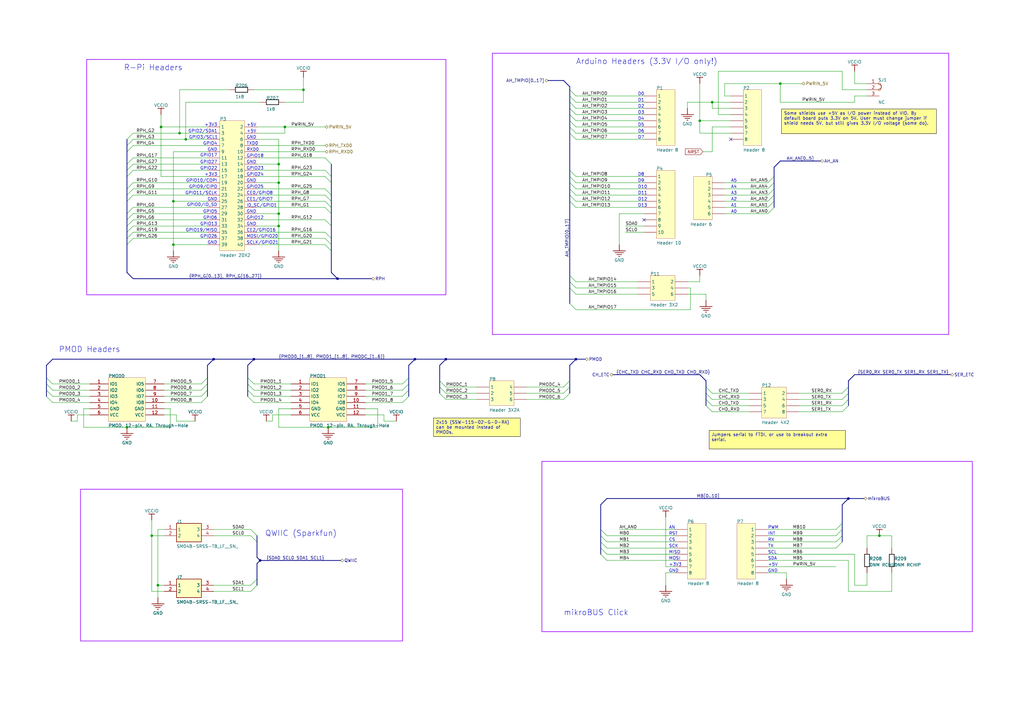
<source format=kicad_sch>
(kicad_sch (version 20231120) (generator "eeschema") (generator_version "8.0")
  (paper "A3")
  (title_block (title "NAE-SONATA-ONE") (date "2024-08-16") (rev "10") (company "NewAE Technology") (comment 2 "Apache-2"))
  (junction (at 71.12 82.55))
  (junction (at 66.04 52.07))
  (junction (at 71.12 100.33))
  (junction (at 287.02 49.53))
  (junction (at 64.77 240.03))
  (junction (at 138.43 114.3))
  (junction (at 292.1 41.91))
  (junction (at 320.04 34.29))
  (junction (at 114.3 87.63))
  (junction (at 236.22 147.32))
  (junction (at 170.18 147.32))
  (junction (at 360.68 219.71))
  (junction (at 182.88 147.32))
  (junction (at 134.62 175.26))
  (junction (at 124.46 36.83))
  (junction (at 114.3 74.93))
  (junction (at 347.98 204.47))
  (junction (at 116.84 52.07))
  (junction (at 106.68 229.87))
  (junction (at 104.14 147.32))
  (junction (at 73.66 54.61))
  (junction (at 62.23 219.71))
  (junction (at 87.63 147.32))
  (junction (at 76.2 57.15))
  (junction (at 114.3 67.31))
  (junction (at 52.07 175.26))
  (junction (at 114.3 92.71))
  (no_connect (at 299.72 57.15))
  (no_connect (at 264.16 90.17))
  (bus_entry (at 233.68 36.83) (size 2.54 2.54))
  (bus_entry (at 345.44 168.91) (size 2.54 -2.54))
  (bus_entry (at 231.14 161.29) (size 2.54 -2.54))
  (bus_entry (at 54.61 87.63) (size -2.54 2.54))
  (bus_entry (at 133.35 80.01) (size 2.54 2.54))
  (bus_entry (at 133.35 97.79) (size 2.54 2.54))
  (bus_entry (at 314.96 80.01) (size 2.54 -2.54))
  (bus_entry (at 342.9 217.17) (size 2.54 -2.54))
  (bus_entry (at 314.96 82.55) (size 2.54 -2.54))
  (bus_entry (at 345.44 161.29) (size 2.54 -2.54))
  (bus_entry (at 233.68 77.47) (size 2.54 2.54))
  (bus_entry (at 82.55 157.48) (size 2.54 -2.54))
  (bus_entry (at 289.56 158.75) (size 2.54 2.54))
  (bus_entry (at 102.87 217.17) (size 2.54 2.54))
  (bus_entry (at 231.14 158.75) (size 2.54 -2.54))
  (bus_entry (at 165.1 162.56) (size 2.54 -2.54))
  (bus_entry (at 289.56 161.29) (size 2.54 2.54))
  (bus_entry (at 233.68 80.01) (size 2.54 2.54))
  (bus_entry (at 54.61 67.31) (size -2.54 2.54))
  (bus_entry (at 246.38 222.25) (size 2.54 2.54))
  (bus_entry (at 133.35 90.17) (size 2.54 2.54))
  (bus_entry (at 345.44 163.83) (size 2.54 -2.54))
  (bus_entry (at 233.68 124.46) (size 2.54 2.54))
  (bus_entry (at 233.68 49.53) (size 2.54 2.54))
  (bus_entry (at 133.35 85.09) (size 2.54 2.54))
  (bus_entry (at 314.96 85.09) (size 2.54 -2.54))
  (bus_entry (at 233.68 74.93) (size 2.54 2.54))
  (bus_entry (at 182.88 161.29) (size -2.54 -2.54))
  (bus_entry (at 314.96 87.63) (size 2.54 -2.54))
  (bus_entry (at 104.14 157.48) (size -2.54 -2.54))
  (bus_entry (at 289.56 166.37) (size 2.54 2.54))
  (bus_entry (at 133.35 69.85) (size 2.54 2.54))
  (bus_entry (at 233.68 44.45) (size 2.54 2.54))
  (bus_entry (at 342.9 219.71) (size 2.54 -2.54))
  (bus_entry (at 21.59 157.48) (size -2.54 -2.54))
  (bus_entry (at 233.68 82.55) (size 2.54 2.54))
  (bus_entry (at 182.88 158.75) (size -2.54 -2.54))
  (bus_entry (at 133.35 77.47) (size 2.54 2.54))
  (bus_entry (at 54.61 59.69) (size -2.54 2.54))
  (bus_entry (at 133.35 64.77) (size 2.54 2.54))
  (bus_entry (at 102.87 240.03) (size 2.54 -2.54))
  (bus_entry (at 54.61 95.25) (size -2.54 2.54))
  (bus_entry (at 104.14 165.1) (size -2.54 -2.54))
  (bus_entry (at 54.61 97.79) (size -2.54 2.54))
  (bus_entry (at 133.35 100.33) (size 2.54 2.54))
  (bus_entry (at 54.61 57.15) (size -2.54 2.54))
  (bus_entry (at 54.61 92.71) (size -2.54 2.54))
  (bus_entry (at 133.35 82.55) (size 2.54 2.54))
  (bus_entry (at 233.68 41.91) (size 2.54 2.54))
  (bus_entry (at 246.38 224.79) (size 2.54 2.54))
  (bus_entry (at 82.55 165.1) (size 2.54 -2.54))
  (bus_entry (at 104.14 160.02) (size -2.54 -2.54))
  (bus_entry (at 82.55 160.02) (size 2.54 -2.54))
  (bus_entry (at 233.68 46.99) (size 2.54 2.54))
  (bus_entry (at 233.68 115.57) (size 2.54 2.54))
  (bus_entry (at 82.55 162.56) (size 2.54 -2.54))
  (bus_entry (at 345.44 166.37) (size 2.54 -2.54))
  (bus_entry (at 233.68 54.61) (size 2.54 2.54))
  (bus_entry (at 54.61 64.77) (size -2.54 2.54))
  (bus_entry (at 133.35 95.25) (size 2.54 2.54))
  (bus_entry (at 104.14 162.56) (size -2.54 -2.54))
  (bus_entry (at 289.56 163.83) (size 2.54 2.54))
  (bus_entry (at 54.61 69.85) (size -2.54 2.54))
  (bus_entry (at 21.59 162.56) (size -2.54 -2.54))
  (bus_entry (at 246.38 219.71) (size 2.54 2.54))
  (bus_entry (at 233.68 69.85) (size 2.54 2.54))
  (bus_entry (at 21.59 165.1) (size -2.54 -2.54))
  (bus_entry (at 54.61 90.17) (size -2.54 2.54))
  (bus_entry (at 182.88 163.83) (size -2.54 -2.54))
  (bus_entry (at 54.61 80.01) (size -2.54 2.54))
  (bus_entry (at 165.1 165.1) (size 2.54 -2.54))
  (bus_entry (at 165.1 160.02) (size 2.54 -2.54))
  (bus_entry (at 54.61 77.47) (size -2.54 2.54))
  (bus_entry (at 233.68 118.11) (size 2.54 2.54))
  (bus_entry (at 165.1 157.48) (size 2.54 -2.54))
  (bus_entry (at 54.61 85.09) (size -2.54 2.54))
  (bus_entry (at 133.35 72.39) (size 2.54 2.54))
  (bus_entry (at 233.68 72.39) (size 2.54 2.54))
  (bus_entry (at 314.96 74.93) (size 2.54 -2.54))
  (bus_entry (at 54.61 54.61) (size -2.54 2.54))
  (bus_entry (at 231.14 163.83) (size 2.54 -2.54))
  (bus_entry (at 342.9 222.25) (size 2.54 -2.54))
  (bus_entry (at 314.96 77.47) (size 2.54 -2.54))
  (bus_entry (at 342.9 224.79) (size 2.54 -2.54))
  (bus_entry (at 246.38 217.17) (size 2.54 2.54))
  (bus_entry (at 102.87 219.71) (size 2.54 2.54))
  (bus_entry (at 102.87 242.57) (size 2.54 -2.54))
  (bus_entry (at 233.68 39.37) (size 2.54 2.54))
  (bus_entry (at 21.59 160.02) (size -2.54 -2.54))
  (bus_entry (at 246.38 227.33) (size 2.54 2.54))
  (bus_entry (at 233.68 113.03) (size 2.54 2.54))
  (bus_entry (at 54.61 74.93) (size -2.54 2.54))
  (bus_entry (at 233.68 52.07) (size 2.54 2.54))
  (wire (pts (xy 54.61 87.63) (xy 85.09 87.63)))
  (wire (pts (xy 355.6 34.29) (xy 350.52 34.29)))
  (bus (pts (xy 135.89 111.76) (xy 138.43 114.3)))
  (bus (pts (xy 52.07 100.33) (xy 52.07 111.76)))
  (wire (pts (xy 36.83 157.48) (xy 21.59 157.48)))
  (bus (pts (xy 233.68 113.03) (xy 233.68 115.57)))
  (wire (pts (xy 264.16 41.91) (xy 236.22 41.91)))
  (wire (pts (xy 276.86 224.79) (xy 248.92 224.79)))
  (wire (pts (xy 54.61 77.47) (xy 85.09 77.47)))
  (wire (pts (xy 264.16 77.47) (xy 236.22 77.47)))
  (wire (pts (xy 67.31 162.56) (xy 82.55 162.56)))
  (bus (pts (xy 320.04 66.04) (xy 336.55 66.04)))
  (wire (pts (xy 281.94 118.11) (xy 283.21 118.11)))
  (bus (pts (xy 233.68 54.61) (xy 233.68 69.85)))
  (wire (pts (xy 36.83 165.1) (xy 21.59 165.1)))
  (wire (pts (xy 36.83 170.18) (xy 31.75 170.18)))
  (wire (pts (xy 307.34 168.91) (xy 292.1 168.91)))
  (wire (pts (xy 104.14 36.83) (xy 124.46 36.83)))
  (bus (pts (xy 233.68 72.39) (xy 233.68 74.93)))
  (bus (pts (xy 345.44 219.71) (xy 345.44 217.17)))
  (bus (pts (xy 105.41 228.6) (xy 106.68 229.87)))
  (wire (pts (xy 71.12 62.23) (xy 85.09 62.23)))
  (wire (pts (xy 297.18 74.93) (xy 314.96 74.93)))
  (wire (pts (xy 276.86 222.25) (xy 248.92 222.25)))
  (bus (pts (xy 52.07 69.85) (xy 52.07 72.39)))
  (wire (pts (xy 273.05 232.41) (xy 273.05 212.09)))
  (bus (pts (xy 167.64 157.48) (xy 167.64 154.94)))
  (wire (pts (xy 254 217.17) (xy 276.86 217.17)))
  (wire (pts (xy 350.52 240.03) (xy 355.6 240.03)))
  (wire (pts (xy 134.62 175.26) (xy 154.94 175.26)))
  (bus (pts (xy 231.14 33.02) (xy 233.68 35.56)))
  (bus (pts (xy 135.89 72.39) (xy 135.89 74.93)))
  (bus (pts (xy 105.41 219.71) (xy 105.41 222.25)))
  (wire (pts (xy 62.23 219.71) (xy 67.31 219.71)))
  (bus (pts (xy 167.64 162.56) (xy 167.64 160.02)))
  (wire (pts (xy 215.9 163.83) (xy 231.14 163.83)))
  (wire (pts (xy 31.75 170.18) (xy 31.75 172.72)))
  (wire (pts (xy 355.6 224.79) (xy 355.6 219.71)))
  (wire (pts (xy 276.86 232.41) (xy 273.05 232.41)))
  (bus (pts (xy 52.07 77.47) (xy 52.07 80.01)))
  (wire (pts (xy 124.46 36.83) (xy 124.46 31.75)))
  (bus (pts (xy 135.89 97.79) (xy 135.89 100.33)))
  (bus (pts (xy 180.34 156.21) (xy 180.34 149.86)))
  (wire (pts (xy 54.61 59.69) (xy 85.09 59.69)))
  (wire (pts (xy 261.62 118.11) (xy 236.22 118.11)))
  (wire (pts (xy 105.41 85.09) (xy 133.35 85.09)))
  (wire (pts (xy 281.94 115.57) (xy 287.02 115.57)))
  (wire (pts (xy 66.04 52.07) (xy 66.04 46.99)))
  (wire (pts (xy 299.72 46.99) (xy 294.64 46.99)))
  (wire (pts (xy 64.77 240.03) (xy 64.77 245.11)))
  (bus (pts (xy 135.89 67.31) (xy 135.89 72.39)))
  (wire (pts (xy 69.85 167.64) (xy 67.31 167.64)))
  (bus (pts (xy 52.07 97.79) (xy 52.07 100.33)))
  (bus (pts (xy 52.07 111.76) (xy 54.61 114.3)))
  (wire (pts (xy 327.66 161.29) (xy 345.44 161.29)))
  (bus (pts (xy 85.09 160.02) (xy 85.09 157.48)))
  (wire (pts (xy 297.18 80.01) (xy 314.96 80.01)))
  (bus (pts (xy 85.09 162.56) (xy 85.09 160.02)))
  (bus (pts (xy 345.44 207.01) (xy 347.98 204.47)))
  (bus (pts (xy 105.41 231.14) (xy 106.68 229.87)))
  (wire (pts (xy 105.41 97.79) (xy 133.35 97.79)))
  (wire (pts (xy 54.61 90.17) (xy 85.09 90.17)))
  (wire (pts (xy 287.02 115.57) (xy 287.02 113.03)))
  (wire (pts (xy 105.41 64.77) (xy 133.35 64.77)))
  (bus (pts (xy 233.68 156.21) (xy 233.68 149.86)))
  (wire (pts (xy 54.61 69.85) (xy 85.09 69.85)))
  (bus (pts (xy 233.68 118.11) (xy 233.68 124.46)))
  (wire (pts (xy 289.56 120.65) (xy 289.56 123.19)))
  (wire (pts (xy 294.64 46.99) (xy 294.64 29.21)))
  (bus (pts (xy 52.07 67.31) (xy 52.07 69.85)))
  (wire (pts (xy 264.16 39.37) (xy 236.22 39.37)))
  (bus (pts (xy 347.98 163.83) (xy 347.98 161.29)))
  (bus (pts (xy 167.64 154.94) (xy 167.64 149.86)))
  (bus (pts (xy 19.05 162.56) (xy 19.05 160.02)))
  (wire (pts (xy 119.38 165.1) (xy 104.14 165.1)))
  (wire (pts (xy 54.61 97.79) (xy 85.09 97.79)))
  (wire (pts (xy 114.3 167.64) (xy 119.38 167.64)))
  (bus (pts (xy 135.89 74.93) (xy 135.89 80.01)))
  (wire (pts (xy 297.18 34.29) (xy 320.04 34.29)))
  (wire (pts (xy 261.62 120.65) (xy 236.22 120.65)))
  (wire (pts (xy 322.58 234.95) (xy 322.58 237.49)))
  (bus (pts (xy 19.05 154.94) (xy 19.05 149.86)))
  (wire (pts (xy 314.96 219.71) (xy 342.9 219.71)))
  (wire (pts (xy 87.63 217.17) (xy 102.87 217.17)))
  (wire (pts (xy 76.2 57.15) (xy 85.09 57.15)))
  (bus (pts (xy 135.89 85.09) (xy 135.89 87.63)))
  (wire (pts (xy 215.9 161.29) (xy 231.14 161.29)))
  (bus (pts (xy 52.07 87.63) (xy 52.07 90.17)))
  (bus (pts (xy 135.89 100.33) (xy 135.89 102.87)))
  (bus (pts (xy 233.68 161.29) (xy 233.68 158.75)))
  (wire (pts (xy 314.96 229.87) (xy 347.98 229.87)))
  (wire (pts (xy 67.31 165.1) (xy 82.55 165.1)))
  (wire (pts (xy 114.3 74.93) (xy 114.3 87.63)))
  (wire (pts (xy 71.12 62.23) (xy 71.12 82.55)))
  (wire (pts (xy 314.96 234.95) (xy 322.58 234.95)))
  (wire (pts (xy 297.18 87.63) (xy 314.96 87.63)))
  (bus (pts (xy 106.68 229.87) (xy 139.7 229.87)))
  (wire (pts (xy 195.58 161.29) (xy 182.88 161.29)))
  (wire (pts (xy 314.96 232.41) (xy 342.9 232.41)))
  (wire (pts (xy 67.31 217.17) (xy 64.77 217.17)))
  (wire (pts (xy 31.75 172.72) (xy 29.21 172.72)))
  (bus (pts (xy 246.38 222.25) (xy 246.38 219.71)))
  (bus (pts (xy 251.46 153.67) (xy 287.02 153.67)))
  (wire (pts (xy 297.18 77.47) (xy 314.96 77.47)))
  (wire (pts (xy 299.72 39.37) (xy 297.18 39.37)))
  (bus (pts (xy 233.68 69.85) (xy 233.68 72.39)))
  (bus (pts (xy 350.52 153.67) (xy 389.89 153.67)))
  (wire (pts (xy 119.38 160.02) (xy 104.14 160.02)))
  (wire (pts (xy 350.52 227.33) (xy 350.52 240.03)))
  (bus (pts (xy 180.34 149.86) (xy 182.88 147.32)))
  (wire (pts (xy 114.3 92.71) (xy 114.3 102.87)))
  (wire (pts (xy 149.86 157.48) (xy 165.1 157.48)))
  (wire (pts (xy 264.16 74.93) (xy 236.22 74.93)))
  (wire (pts (xy 292.1 44.45) (xy 292.1 41.91)))
  (bus (pts (xy 233.68 36.83) (xy 233.68 39.37)))
  (wire (pts (xy 124.46 41.91) (xy 124.46 36.83)))
  (wire (pts (xy 264.16 72.39) (xy 236.22 72.39)))
  (bus (pts (xy 85.09 157.48) (xy 85.09 154.94)))
  (wire (pts (xy 350.52 34.29) (xy 350.52 29.21)))
  (wire (pts (xy 36.83 160.02) (xy 21.59 160.02)))
  (bus (pts (xy 233.68 82.55) (xy 233.68 113.03)))
  (wire (pts (xy 66.04 72.39) (xy 85.09 72.39)))
  (wire (pts (xy 149.86 170.18) (xy 157.48 170.18)))
  (bus (pts (xy 233.68 77.47) (xy 233.68 80.01)))
  (wire (pts (xy 327.66 166.37) (xy 345.44 166.37)))
  (wire (pts (xy 72.39 172.72) (xy 80.01 172.72)))
  (bus (pts (xy 246.38 219.71) (xy 246.38 217.17)))
  (wire (pts (xy 350.52 39.37) (xy 350.52 41.91)))
  (bus (pts (xy 167.64 160.02) (xy 167.64 157.48)))
  (wire (pts (xy 36.83 167.64) (xy 34.29 167.64)))
  (wire (pts (xy 116.84 41.91) (xy 124.46 41.91)))
  (wire (pts (xy 254 87.63) (xy 254 100.33)))
  (wire (pts (xy 87.63 240.03) (xy 102.87 240.03)))
  (wire (pts (xy 105.41 92.71) (xy 114.3 92.71)))
  (wire (pts (xy 154.94 167.64) (xy 149.86 167.64)))
  (bus (pts (xy 19.05 149.86) (xy 21.59 147.32)))
  (wire (pts (xy 73.66 36.83) (xy 73.66 54.61)))
  (wire (pts (xy 287.02 49.53) (xy 287.02 34.29)))
  (wire (pts (xy 292.1 62.23) (xy 288.29 62.23)))
  (wire (pts (xy 34.29 167.64) (xy 34.29 175.26)))
  (bus (pts (xy 135.89 80.01) (xy 135.89 82.55)))
  (wire (pts (xy 157.48 170.18) (xy 157.48 172.72)))
  (wire (pts (xy 297.18 82.55) (xy 314.96 82.55)))
  (bus (pts (xy 52.07 62.23) (xy 52.07 67.31)))
  (bus (pts (xy 167.64 149.86) (xy 170.18 147.32)))
  (bus (pts (xy 101.6 157.48) (xy 101.6 160.02)))
  (wire (pts (xy 114.3 87.63) (xy 114.3 92.71)))
  (bus (pts (xy 289.56 161.29) (xy 289.56 158.75)))
  (bus (pts (xy 52.07 59.69) (xy 52.07 62.23)))
  (wire (pts (xy 365.76 219.71) (xy 365.76 224.79)))
  (wire (pts (xy 297.18 39.37) (xy 297.18 34.29)))
  (wire (pts (xy 85.09 100.33) (xy 71.12 100.33)))
  (wire (pts (xy 105.41 59.69) (xy 133.35 59.69)))
  (wire (pts (xy 287.02 54.61) (xy 287.02 49.53)))
  (bus (pts (xy 233.68 80.01) (xy 233.68 82.55)))
  (bus (pts (xy 233.68 74.93) (xy 233.68 77.47)))
  (bus (pts (xy 105.41 237.49) (xy 105.41 231.14)))
  (wire (pts (xy 292.1 52.07) (xy 292.1 62.23)))
  (wire (pts (xy 54.61 95.25) (xy 85.09 95.25)))
  (wire (pts (xy 264.16 85.09) (xy 236.22 85.09)))
  (wire (pts (xy 66.04 52.07) (xy 66.04 72.39)))
  (bus (pts (xy 105.41 222.25) (xy 105.41 228.6)))
  (wire (pts (xy 355.6 219.71) (xy 360.68 219.71)))
  (bus (pts (xy 317.5 72.39) (xy 317.5 68.58)))
  (bus (pts (xy 135.89 87.63) (xy 135.89 92.71)))
  (bus (pts (xy 52.07 72.39) (xy 52.07 77.47)))
  (bus (pts (xy 101.6 149.86) (xy 101.6 154.94)))
  (wire (pts (xy 111.76 170.18) (xy 111.76 172.72)))
  (wire (pts (xy 264.16 80.01) (xy 236.22 80.01)))
  (wire (pts (xy 67.31 157.48) (xy 82.55 157.48)))
  (wire (pts (xy 350.52 41.91) (xy 320.04 41.91)))
  (wire (pts (xy 134.62 175.26) (xy 114.3 175.26)))
  (wire (pts (xy 264.16 57.15) (xy 236.22 57.15)))
  (wire (pts (xy 72.39 170.18) (xy 72.39 172.72)))
  (wire (pts (xy 157.48 172.72) (xy 162.56 172.72)))
  (wire (pts (xy 292.1 41.91) (xy 281.94 41.91)))
  (wire (pts (xy 54.61 80.01) (xy 85.09 80.01)))
  (wire (pts (xy 54.61 67.31) (xy 85.09 67.31)))
  (wire (pts (xy 264.16 52.07) (xy 236.22 52.07)))
  (bus (pts (xy 101.6 149.86) (xy 104.14 147.32)))
  (bus (pts (xy 182.88 147.32) (xy 236.22 147.32)))
  (wire (pts (xy 264.16 49.53) (xy 236.22 49.53)))
  (wire (pts (xy 105.41 69.85) (xy 133.35 69.85)))
  (bus (pts (xy 52.07 57.15) (xy 52.07 59.69)))
  (bus (pts (xy 85.09 149.86) (xy 87.63 147.32)))
  (wire (pts (xy 87.63 219.71) (xy 102.87 219.71)))
  (bus (pts (xy 246.38 207.01) (xy 248.92 204.47)))
  (wire (pts (xy 105.41 80.01) (xy 133.35 80.01)))
  (wire (pts (xy 276.86 227.33) (xy 248.92 227.33)))
  (wire (pts (xy 119.38 157.48) (xy 104.14 157.48)))
  (wire (pts (xy 273.05 234.95) (xy 273.05 240.03)))
  (wire (pts (xy 264.16 44.45) (xy 236.22 44.45)))
  (wire (pts (xy 105.41 100.33) (xy 133.35 100.33)))
  (bus (pts (xy 54.61 114.3) (xy 138.43 114.3)))
  (wire (pts (xy 105.41 90.17) (xy 133.35 90.17)))
  (wire (pts (xy 307.34 161.29) (xy 292.1 161.29)))
  (wire (pts (xy 154.94 175.26) (xy 154.94 167.64)))
  (wire (pts (xy 345.44 29.21) (xy 345.44 36.83)))
  (bus (pts (xy 347.98 158.75) (xy 347.98 156.21)))
  (wire (pts (xy 299.72 44.45) (xy 292.1 44.45)))
  (wire (pts (xy 67.31 160.02) (xy 82.55 160.02)))
  (wire (pts (xy 71.12 82.55) (xy 71.12 100.33)))
  (bus (pts (xy 317.5 82.55) (xy 317.5 80.01)))
  (bus (pts (xy 317.5 85.09) (xy 317.5 82.55)))
  (wire (pts (xy 283.21 118.11) (xy 283.21 127)))
  (bus (pts (xy 180.34 161.29) (xy 180.34 158.75)))
  (wire (pts (xy 314.96 222.25) (xy 342.9 222.25)))
  (bus (pts (xy 233.68 39.37) (xy 233.68 41.91)))
  (bus (pts (xy 135.89 92.71) (xy 135.89 97.79)))
  (bus (pts (xy 135.89 102.87) (xy 135.89 111.76)))
  (wire (pts (xy 236.22 127) (xy 283.21 127)))
  (bus (pts (xy 52.07 95.25) (xy 52.07 97.79)))
  (bus (pts (xy 19.05 160.02) (xy 19.05 157.48)))
  (wire (pts (xy 299.72 41.91) (xy 292.1 41.91)))
  (wire (pts (xy 73.66 36.83) (xy 93.98 36.83)))
  (wire (pts (xy 149.86 165.1) (xy 165.1 165.1)))
  (wire (pts (xy 105.41 54.61) (xy 116.84 54.61)))
  (wire (pts (xy 71.12 100.33) (xy 71.12 102.87)))
  (wire (pts (xy 276.86 229.87) (xy 248.92 229.87)))
  (bus (pts (xy 345.44 214.63) (xy 345.44 207.01)))
  (wire (pts (xy 105.41 72.39) (xy 133.35 72.39)))
  (wire (pts (xy 73.66 54.61) (xy 85.09 54.61)))
  (bus (pts (xy 289.56 158.75) (xy 289.56 156.21)))
  (wire (pts (xy 314.96 227.33) (xy 350.52 227.33)))
  (bus (pts (xy 246.38 207.01) (xy 246.38 217.17)))
  (bus (pts (xy 345.44 222.25) (xy 345.44 219.71)))
  (wire (pts (xy 111.76 172.72) (xy 109.22 172.72)))
  (bus (pts (xy 224.79 33.02) (xy 231.14 33.02)))
  (wire (pts (xy 54.61 57.15) (xy 76.2 57.15)))
  (bus (pts (xy 233.68 46.99) (xy 233.68 49.53)))
  (wire (pts (xy 307.34 166.37) (xy 292.1 166.37)))
  (bus (pts (xy 289.56 156.21) (xy 287.02 153.67)))
  (bus (pts (xy 317.5 77.47) (xy 317.5 74.93)))
  (bus (pts (xy 236.22 147.32) (xy 240.03 147.32)))
  (wire (pts (xy 360.68 219.71) (xy 365.76 219.71)))
  (wire (pts (xy 54.61 92.71) (xy 85.09 92.71)))
  (wire (pts (xy 76.2 41.91) (xy 76.2 57.15)))
  (wire (pts (xy 85.09 82.55) (xy 71.12 82.55)))
  (wire (pts (xy 299.72 52.07) (xy 292.1 52.07)))
  (bus (pts (xy 180.34 158.75) (xy 180.34 156.21)))
  (wire (pts (xy 67.31 242.57) (xy 62.23 242.57)))
  (wire (pts (xy 34.29 175.26) (xy 52.07 175.26)))
  (wire (pts (xy 105.41 82.55) (xy 133.35 82.55)))
  (bus (pts (xy 248.92 204.47) (xy 347.98 204.47)))
  (bus (pts (xy 233.68 115.57) (xy 233.68 118.11)))
  (bus (pts (xy 101.6 154.94) (xy 101.6 157.48)))
  (wire (pts (xy 345.44 36.83) (xy 355.6 36.83)))
  (wire (pts (xy 307.34 163.83) (xy 292.1 163.83)))
  (wire (pts (xy 195.58 163.83) (xy 182.88 163.83)))
  (wire (pts (xy 105.41 87.63) (xy 114.3 87.63)))
  (bus (pts (xy 52.07 90.17) (xy 52.07 92.71)))
  (bus (pts (xy 170.18 147.32) (xy 182.88 147.32)))
  (wire (pts (xy 54.61 64.77) (xy 85.09 64.77)))
  (bus (pts (xy 233.68 49.53) (xy 233.68 52.07)))
  (wire (pts (xy 264.16 82.55) (xy 236.22 82.55)))
  (bus (pts (xy 19.05 157.48) (xy 19.05 154.94)))
  (wire (pts (xy 215.9 158.75) (xy 231.14 158.75)))
  (wire (pts (xy 327.66 168.91) (xy 345.44 168.91)))
  (wire (pts (xy 62.23 219.71) (xy 62.23 242.57)))
  (wire (pts (xy 314.96 224.79) (xy 342.9 224.79)))
  (wire (pts (xy 264.16 87.63) (xy 254 87.63)))
  (wire (pts (xy 105.41 95.25) (xy 133.35 95.25)))
  (wire (pts (xy 114.3 57.15) (xy 114.3 67.31)))
  (wire (pts (xy 281.94 41.91) (xy 281.94 44.45)))
  (wire (pts (xy 105.41 77.47) (xy 133.35 77.47)))
  (wire (pts (xy 365.76 242.57) (xy 365.76 234.95)))
  (wire (pts (xy 149.86 162.56) (xy 165.1 162.56)))
  (wire (pts (xy 299.72 54.61) (xy 287.02 54.61)))
  (wire (pts (xy 355.6 240.03) (xy 355.6 234.95)))
  (bus (pts (xy 317.5 68.58) (xy 320.04 66.04)))
  (bus (pts (xy 85.09 154.94) (xy 85.09 149.86)))
  (wire (pts (xy 264.16 46.99) (xy 236.22 46.99)))
  (wire (pts (xy 119.38 170.18) (xy 111.76 170.18)))
  (bus (pts (xy 233.68 52.07) (xy 233.68 54.61)))
  (wire (pts (xy 320.04 41.91) (xy 320.04 34.29)))
  (wire (pts (xy 276.86 234.95) (xy 273.05 234.95)))
  (bus (pts (xy 21.59 147.32) (xy 87.63 147.32)))
  (wire (pts (xy 105.41 52.07) (xy 116.84 52.07)))
  (wire (pts (xy 67.31 240.03) (xy 64.77 240.03)))
  (bus (pts (xy 317.5 74.93) (xy 317.5 72.39)))
  (bus (pts (xy 233.68 158.75) (xy 233.68 156.21)))
  (wire (pts (xy 347.98 242.57) (xy 365.76 242.57)))
  (wire (pts (xy 299.72 49.53) (xy 287.02 49.53)))
  (wire (pts (xy 355.6 39.37) (xy 350.52 39.37)))
  (wire (pts (xy 69.85 175.26) (xy 69.85 167.64)))
  (wire (pts (xy 195.58 158.75) (xy 182.88 158.75)))
  (bus (pts (xy 52.07 80.01) (xy 52.07 82.55)))
  (bus (pts (xy 347.98 156.21) (xy 350.52 153.67)))
  (wire (pts (xy 347.98 229.87) (xy 347.98 242.57)))
  (wire (pts (xy 264.16 54.61) (xy 236.22 54.61)))
  (wire (pts (xy 119.38 162.56) (xy 104.14 162.56)))
  (wire (pts (xy 320.04 34.29) (xy 328.93 34.29)))
  (wire (pts (xy 54.61 54.61) (xy 73.66 54.61)))
  (bus (pts (xy 345.44 217.17) (xy 345.44 214.63)))
  (wire (pts (xy 87.63 242.57) (xy 102.87 242.57)))
  (wire (pts (xy 105.41 62.23) (xy 133.35 62.23)))
  (bus (pts (xy 105.41 240.03) (xy 105.41 237.49)))
  (wire (pts (xy 327.66 163.83) (xy 345.44 163.83)))
  (wire (pts (xy 52.07 175.26) (xy 69.85 175.26)))
  (bus (pts (xy 101.6 160.02) (xy 101.6 162.56)))
  (bus (pts (xy 289.56 163.83) (xy 289.56 161.29)))
  (wire (pts (xy 256.54 92.71) (xy 264.16 92.71)))
  (bus (pts (xy 347.98 161.29) (xy 347.98 158.75)))
  (wire (pts (xy 76.2 41.91) (xy 106.68 41.91)))
  (bus (pts (xy 233.68 41.91) (xy 233.68 44.45)))
  (wire (pts (xy 114.3 67.31) (xy 114.3 74.93)))
  (wire (pts (xy 297.18 85.09) (xy 314.96 85.09)))
  (bus (pts (xy 347.98 166.37) (xy 347.98 163.83)))
  (bus (pts (xy 347.98 204.47) (xy 354.33 204.47)))
  (bus (pts (xy 233.68 149.86) (xy 236.22 147.32)))
  (wire (pts (xy 276.86 219.71) (xy 248.92 219.71)))
  (bus (pts (xy 135.89 82.55) (xy 135.89 85.09)))
  (bus (pts (xy 246.38 224.79) (xy 246.38 222.25)))
  (wire (pts (xy 54.61 74.93) (xy 85.09 74.93)))
  (bus (pts (xy 233.68 44.45) (xy 233.68 46.99)))
  (wire (pts (xy 116.84 52.07) (xy 133.35 52.07)))
  (bus (pts (xy 52.07 92.71) (xy 52.07 95.25)))
  (wire (pts (xy 62.23 213.36) (xy 62.23 219.71)))
  (wire (pts (xy 256.54 95.25) (xy 264.16 95.25)))
  (wire (pts (xy 67.31 170.18) (xy 72.39 170.18)))
  (wire (pts (xy 314.96 217.17) (xy 342.9 217.17)))
  (wire (pts (xy 54.61 85.09) (xy 85.09 85.09)))
  (wire (pts (xy 281.94 120.65) (xy 289.56 120.65)))
  (wire (pts (xy 64.77 217.17) (xy 64.77 240.03)))
  (wire (pts (xy 294.64 29.21) (xy 345.44 29.21)))
  (bus (pts (xy 246.38 227.33) (xy 246.38 224.79)))
  (wire (pts (xy 66.04 52.07) (xy 85.09 52.07)))
  (bus (pts (xy 52.07 82.55) (xy 52.07 87.63)))
  (wire (pts (xy 36.83 162.56) (xy 21.59 162.56)))
  (bus (pts (xy 87.63 147.32) (xy 104.14 147.32)))
  (bus (pts (xy 233.68 35.56) (xy 233.68 36.83)))
  (bus (pts (xy 138.43 114.3) (xy 152.4 114.3)))
  (wire (pts (xy 105.41 74.93) (xy 114.3 74.93)))
  (bus (pts (xy 104.14 147.32) (xy 170.18 147.32)))
  (wire (pts (xy 261.62 115.57) (xy 236.22 115.57)))
  (bus (pts (xy 289.56 166.37) (xy 289.56 163.83)))
  (wire (pts (xy 116.84 52.07) (xy 116.84 54.61)))
  (wire (pts (xy 149.86 160.02) (xy 165.1 160.02)))
  (bus (pts (xy 317.5 80.01) (xy 317.5 77.47)))
  (wire (pts (xy 105.41 57.15) (xy 114.3 57.15)))
  (wire (pts (xy 114.3 175.26) (xy 114.3 167.64)))
  (wire (pts (xy 105.41 67.31) (xy 114.3 67.31)))
  (rectangle (start 35.56 24.384) (end 182.88 120.904) (stroke (width 0.254) (color 153 0 255 1)))
  (rectangle (start 33.02 200.66) (end 165.1 262.89) (stroke (width 0.254) (color 153 0 255 1)))
  (rectangle (start 222.25 189.23) (end 398.78 259.08) (stroke (width 0.254) (color 153 0 255 1)))
  (rectangle (start 201.93 21.844) (end 389.128 137.16) (stroke (width 0.254) (color 153 0 255 1)))
  (text_box "Jumpers serial to FTDI, or use to breakout extra serial." (at 290.83 176.53 0) (size 55.88 7.62) (stroke (width 0) (color 0 0 0 1)) (fill (type color) (color 255 255 150 1)) (effects (font (size 1.27 1.27)) (justify left top)))
  (text_box "2x15 (SSW-115-02-G-D-RA) can be mounted instead of PMODs." (at 177.8 171.45 0) (size 35.56 7.62) (stroke (width 0) (color 0 0 0 1)) (fill (type color) (color 255 255 150 1)) (effects (font (size 1.27 1.27)) (justify left top)))
  (text_box "Some shields use +5V as I/O power instead of VIO. By default board puts 3.3V on 5V. User must change jumper if shield needs 5V, but still gives 3.3V I/O voltage (some do)." (at 384.048 44.704 0) (size -63.5 10.16) (stroke (width 0) (color 0 0 0 1)) (fill (type color) (color 255 255 150 1)) (effects (font (size 1.27 1.27)) (justify left top)))
  (text "GPIO4" (at 89.154 59.69 0) (effects (font (size 1.27 1.27)) (justify right bottom)))
  (text "+3V3" (at 89.154 52.07 0) (effects (font (size 1.27 1.27)) (justify right bottom)))
  (text "A5" (at 302.26 74.93 0) (effects (font (size 1.27 1.27)) (justify right bottom)))
  (text "TX" (at 314.96 224.79 0) (effects (font (size 1.27 1.27)) (justify left bottom)))
  (text "GPIO26" (at 89.154 97.79 0) (effects (font (size 1.27 1.27)) (justify right bottom)))
  (text "SDA" (at 314.96 229.87 0) (effects (font (size 1.27 1.27)) (justify left bottom)))
  (text "TXD0" (at 101.092 59.69 0) (effects (font (size 1.27 1.27)) (justify left bottom)))
  (text "D2" (at 261.62 44.45 0) (effects (font (size 1.27 1.27)) (justify left bottom)))
  (text "RST" (at 274.32 219.71 0) (effects (font (size 1.27 1.27)) (justify left bottom)))
  (text "+3V3" (at 274.32 232.41 0) (effects (font (size 1.27 1.27)) (justify left bottom)))
  (text "GPIO5" (at 89.154 87.63 0) (effects (font (size 1.27 1.27)) (justify right bottom)))
  (text "GND" (at 101.092 57.15 0) (effects (font (size 1.27 1.27)) (justify left bottom)))
  (text "GPIO9/CIPO" (at 89.154 77.47 0) (effects (font (size 1.27 1.27)) (justify right bottom)))
  (text "SCL" (at 314.96 227.33 0) (effects (font (size 1.27 1.27)) (justify left bottom)))
  (text "GND" (at 101.092 74.93 0) (effects (font (size 1.27 1.27)) (justify left bottom)))
  (text "SCK" (at 274.32 224.79 0) (effects (font (size 1.27 1.27)) (justify left bottom)))
  (text "A3" (at 302.26 80.01 0) (effects (font (size 1.27 1.27)) (justify right bottom)))
  (text "D5" (at 261.62 52.07 0) (effects (font (size 1.27 1.27)) (justify left bottom)))
  (text "PMOD Headers" (at 24.13 144.78 0) (effects (font (size 2.286 2.286)) (justify left bottom)))
  (text "GND" (at 101.092 67.31 0) (effects (font (size 1.27 1.27)) (justify left bottom)))
  (text "QWIIC (Sparkfun)" (at 108.712 220.218 0) (effects (font (size 2.286 2.286)) (justify left bottom)))
  (text "D6" (at 261.62 54.61 0) (effects (font (size 1.27 1.27)) (justify left bottom)))
  (text "GPIO10/COPI" (at 89.154 74.93 0) (effects (font (size 1.27 1.27)) (justify right bottom)))
  (text "GPIO25" (at 101.092 77.47 0) (effects (font (size 1.27 1.27)) (justify left bottom)))
  (text "R-Pi Headers" (at 50.8 29.21 0) (effects (font (size 2.286 2.286)) (justify left bottom)))
  (text "GPIO2/SDA1" (at 89.154 54.61 0) (effects (font (size 1.27 1.27)) (justify right bottom)))
  (text "CE2/GPIO16" (at 101.092 95.25 0) (effects (font (size 1.27 1.27)) (justify left bottom)))
  (text "GPIO3/SCL1" (at 89.408 57.15 0) (effects (font (size 1.27 1.27)) (justify right bottom)))
  (text "D1" (at 261.62 41.91 0) (effects (font (size 1.27 1.27)) (justify left bottom)))
  (text "GPIO18" (at 101.092 64.77 0) (effects (font (size 1.27 1.27)) (justify left bottom)))
  (text "PWM" (at 314.96 217.17 0) (effects (font (size 1.27 1.27)) (justify left bottom)))
  (text "A1" (at 302.26 85.09 0) (effects (font (size 1.27 1.27)) (justify right bottom)))
  (text "mikroBUS Click" (at 231.14 252.73 0) (effects (font (size 2.286 2.286)) (justify left bottom)))
  (text "A2" (at 302.26 82.55 0) (effects (font (size 1.27 1.27)) (justify right bottom)))
  (text "GPIO19/MISO" (at 89.154 95.25 0) (effects (font (size 1.27 1.27)) (justify right bottom)))
  (text "RXD0" (at 101.092 62.23 0) (effects (font (size 1.27 1.27)) (justify left bottom)))
  (text "MISO" (at 274.32 227.33 0) (effects (font (size 1.27 1.27)) (justify left bottom)))
  (text "GPIO6" (at 89.154 90.17 0) (effects (font (size 1.27 1.27)) (justify right bottom)))
  (text "GND" (at 274.32 234.95 0) (effects (font (size 1.27 1.27)) (justify left bottom)))
  (text "GPIO13" (at 89.154 92.71 0) (effects (font (size 1.27 1.27)) (justify right bottom)))
  (text "INT" (at 314.96 219.71 0) (effects (font (size 1.27 1.27)) (justify left bottom)))
  (text "CS" (at 274.32 222.25 0) (effects (font (size 1.27 1.27)) (justify left bottom)))
  (text "D10" (at 261.62 77.47 0) (effects (font (size 1.27 1.27)) (justify left bottom)))
  (text "AN" (at 274.32 217.17 0) (effects (font (size 1.27 1.27)) (justify left bottom)))
  (text "D9" (at 261.62 74.93 0) (effects (font (size 1.27 1.27)) (justify left bottom)))
  (text "GPIO23" (at 101.092 69.85 0) (effects (font (size 1.27 1.27)) (justify left bottom)))
  (text "D0" (at 261.62 39.37 0) (effects (font (size 1.27 1.27)) (justify left bottom)))
  (text "GPIO12" (at 101.092 90.17 0) (effects (font (size 1.27 1.27)) (justify left bottom)))
  (text "CE0/GPIO8" (at 101.092 80.01 0) (effects (font (size 1.27 1.27)) (justify left bottom)))
  (text "Arduino Headers (3.3V I/O only!)" (at 236.22 26.67 0) (effects (font (size 2.286 2.286)) (justify left bottom)))
  (text "+3V3" (at 89.154 72.39 0) (effects (font (size 1.27 1.27)) (justify right bottom)))
  (text "D12" (at 261.62 82.55 0) (effects (font (size 1.27 1.27)) (justify left bottom)))
  (text "GND" (at 101.092 87.63 0) (effects (font (size 1.27 1.27)) (justify left bottom)))
  (text "D4" (at 261.62 49.53 0) (effects (font (size 1.27 1.27)) (justify left bottom)))
  (text "CE1/GPIO7" (at 101.092 82.55 0) (effects (font (size 1.27 1.27)) (justify left bottom)))
  (text "A0" (at 302.26 87.63 0) (effects (font (size 1.27 1.27)) (justify right bottom)))
  (text "+5V" (at 101.092 52.07 0) (effects (font (size 1.27 1.27)) (justify left bottom)))
  (text "D13" (at 261.62 85.09 0) (effects (font (size 1.27 1.27)) (justify left bottom)))
  (text "RX" (at 314.96 222.25 0) (effects (font (size 1.27 1.27)) (justify left bottom)))
  (text "GND" (at 89.154 100.33 0) (effects (font (size 1.27 1.27)) (justify right bottom)))
  (text "+5V" (at 101.092 54.61 0) (effects (font (size 1.27 1.27)) (justify left bottom)))
  (text "GND" (at 89.154 82.55 0) (effects (font (size 1.27 1.27)) (justify right bottom)))
  (text "GPIO17" (at 89.154 64.516 0) (effects (font (size 1.27 1.27)) (justify right bottom)))
  (text "A4" (at 302.26 77.47 0) (effects (font (size 1.27 1.27)) (justify right bottom)))
  (text "SCLK/GPIO21" (at 101.092 100.33 0) (effects (font (size 1.27 1.27)) (justify left bottom)))
  (text "GPIO24" (at 101.092 72.39 0) (effects (font (size 1.27 1.27)) (justify left bottom)))
  (text "GND" (at 314.96 234.95 0) (effects (font (size 1.27 1.27)) (justify left bottom)))
  (text "GPIO0/ID_SD" (at 89.154 84.836 0) (effects (font (size 1.27 1.27)) (justify right bottom)))
  (text "GND" (at 101.092 92.71 0) (effects (font (size 1.27 1.27)) (justify left bottom)))
  (text "MOSI" (at 274.32 229.87 0) (effects (font (size 1.27 1.27)) (justify left bottom)))
  (text "D7" (at 261.62 57.15 0) (effects (font (size 1.27 1.27)) (justify left bottom)))
  (text "ID_SC/GPIO1" (at 101.092 85.09 0) (effects (font (size 1.27 1.27)) (justify left bottom)))
  (text "D11" (at 261.62 80.01 0) (effects (font (size 1.27 1.27)) (justify left bottom)))
  (text "+5V" (at 314.96 232.41 0) (effects (font (size 1.27 1.27)) (justify left bottom)))
  (text "GPIO11/SCLK" (at 89.154 80.01 0) (effects (font (size 1.27 1.27)) (justify right bottom)))
  (text "MOSI/GPIO20" (at 101.092 97.79 0) (effects (font (size 1.27 1.27)) (justify left bottom)))
  (text "D8" (at 261.62 72.39 0) (effects (font (size 1.27 1.27)) (justify left bottom)))
  (text "GND" (at 89.154 62.23 0) (effects (font (size 1.27 1.27)) (justify right bottom)))
  (text "GPIO22" (at 89.154 69.85 0) (effects (font (size 1.27 1.27)) (justify right bottom)))
  (text "GPIO27" (at 89.154 67.31 0) (effects (font (size 1.27 1.27)) (justify right bottom)))
  (text "D3" (at 261.62 46.99 0) (effects (font (size 1.27 1.27)) (justify left bottom)))
  (label "RPH_G5" (at 55.88 87.63 0))
  (label "PMODC_4" (at 220.98 158.75 0))
  (label "PMOD0_8" (at 69.85 165.1 0))
  (label "MB2" (at 254 224.79 0))
  (label "RPH_G11" (at 55.88 80.01 0))
  (label "RPH_G22" (at 55.88 69.85 0))
  (label "SER1_TX" (at 332.74 168.91 0))
  (label "AH_TMPIO10" (at 238.76 77.47 0))
  (label "PMOD1_5" (at 152.4 157.48 0))
  (label "PMOD1_7" (at 152.4 162.56 0))
  (label "AH_TMPIO[0..17]" (at 233.68 105.41 90))
  (label "RPH_G21" (at 119.38 100.33 0))
  (label "AH_TMPIO12" (at 238.76 82.55 0))
  (label "SDA0" (at 256.54 92.71 0))
  (label "AH_AN5" (at 314.96 74.93 180))
  (label "SDA1" (at 95.25 240.03 0))
  (label "AH_TMPIO6" (at 238.76 54.61 0))
  (label "AH_AN1" (at 314.96 85.09 180))
  (label "AH_AN2" (at 314.96 82.55 180))
  (label "AH_TMPIO15" (at 241.3 118.11 0))
  (label "PMOD0_1" (at 24.13 157.48 0))
  (label "PMODC_1" (at 182.88 158.75 0))
  (label "SER0_TX" (at 332.74 163.83 0))
  (label "RPH_G20" (at 119.38 97.79 0))
  (label "RPH_G19" (at 55.88 95.25 0))
  (label "RPH_G12" (at 119.38 90.17 0))
  (label "PMOD0_3" (at 24.13 162.56 0))
  (label "AH_TMPIO11" (at 238.76 80.01 0))
  (label "MB6" (at 325.12 227.33 0))
  (label "RPH_G26" (at 55.88 97.79 0))
  (label "MB4" (at 254 229.87 0))
  (label "PMOD1_2" (at 106.68 160.02 0))
  (label "{SER0_RX SER0_TX SER1_RX SER1_TX}" (at 351.79 153.67 0))
  (label "PMOD0_5" (at 69.85 157.48 0))
  (label "MB0" (at 254 219.71 0))
  (label "CHD_RXD" (at 294.64 168.91 0))
  (label "PMOD0_4" (at 24.13 165.1 0))
  (label "AH_TMPIO13" (at 238.76 85.09 0))
  (label "AH_TMPIO4" (at 238.76 49.53 0))
  (label "RPH_G8" (at 119.38 80.01 0))
  (label "MB8" (at 325.12 222.25 0))
  (label "PWRIN_5V" (at 328.93 41.91 0))
  (label "{CHC_TXD CHC_RXD CHD_TXD CHD_RXD}" (at 252.73 153.67 0))
  (label "RPH_G13" (at 55.88 92.71 0))
  (label "AH_TMPIO17" (at 241.3 127 0))
  (label "MB10" (at 325.12 217.17 0))
  (label "PMODC_6" (at 220.98 163.83 0))
  (label "RPH_G6" (at 55.88 90.17 0))
  (label "SCL1" (at 95.25 242.57 0))
  (label "MB1" (at 254 222.25 0))
  (label "CHC_TXD" (at 294.64 161.29 0))
  (label "AH_AN3" (at 314.96 80.01 180))
  (label "AH_TMPIO7" (at 238.76 57.15 0))
  (label "PWRIN_5V" (at 119.38 52.07 0))
  (label "RPH_G7" (at 119.38 82.55 0))
  (label "PMODC_5" (at 220.98 161.29 0))
  (label "{PMOD0_[1..8], PMOD1_[1..8], PMODC_[1..6]}" (at 114.3 147.32 0))
  (label "AH_TMPIO9" (at 238.76 74.93 0))
  (label "AH_TMPIO3" (at 238.76 46.99 0))
  (label "RPH_G24" (at 119.38 72.39 0))
  (label "SDA0" (at 95.25 217.17 0))
  (label "AH_AN[0..5]" (at 322.58 66.04 0))
  (label "AH_AN0" (at 254 217.17 0))
  (label "RPH_G10" (at 55.88 74.93 0))
  (label "PMOD0_7" (at 69.85 162.56 0))
  (label "PMODC_2" (at 182.88 161.29 0))
  (label "RPH_G17" (at 55.88 64.77 0))
  (label "RPH_G2" (at 55.88 54.61 0))
  (label "SCL0" (at 95.25 219.71 0))
  (label "MB5" (at 325.12 229.87 0))
  (label "SER0_RX" (at 332.74 161.29 0))
  (label "AH_TMPIO8" (at 238.76 72.39 0))
  (label "RPH_G27" (at 55.88 67.31 0))
  (label "RPH_G16" (at 119.38 95.25 0))
  (label "SCL0" (at 256.54 95.25 0))
  (label "RPH_G18" (at 119.38 64.77 0))
  (label "RPH_RXD0" (at 119.38 62.23 0))
  (label "RPH_G9" (at 55.88 77.47 0))
  (label "AH_AN0" (at 314.96 87.63 180))
  (label "PWRIN_5V" (at 325.12 232.41 0))
  (label "MB9" (at 325.12 219.71 0))
  (label "PMOD1_3" (at 106.68 162.56 0))
  (label "AH_TMPIO1" (at 238.76 41.91 0))
  (label "PMOD0_2" (at 24.13 160.02 0))
  (label "RPH_G25" (at 119.38 77.47 0))
  (label "CHD_TXD" (at 294.64 166.37 0))
  (label "AH_TMPIO0" (at 238.76 39.37 0))
  (label "PMOD1_6" (at 152.4 160.02 0))
  (label "MB[0..10]" (at 285.75 204.47 0))
  (label "{SDA0 SCL0 SDA1 SCL1}" (at 109.22 229.87 0))
  (label "RPH_G1" (at 119.38 85.09 0))
  (label "{RPH_G[0..13], RPH_G[16..27]}" (at 77.47 114.3 0))
  (label "RPH_TXD0" (at 119.38 59.69 0))
  (label "PMOD1_4" (at 106.68 165.1 0))
  (label "PMOD1_8" (at 152.4 165.1 0))
  (label "MB7" (at 325.12 224.79 0))
  (label "MB3" (at 254 227.33 0))
  (label "PMODC_3" (at 182.88 163.83 0))
  (label "PMOD0_6" (at 69.85 160.02 0))
  (label "RPH_G23" (at 119.38 69.85 0))
  (label "PMOD1_1" (at 106.68 157.48 0))
  (label "AH_TMPIO2" (at 238.76 44.45 0))
  (label "RPH_G3" (at 55.88 57.15 0))
  (label "AH_TMPIO14" (at 241.3 115.57 0))
  (label "RPH_G4" (at 55.88 59.69 0))
  (label "SER1_RX" (at 332.74 166.37 0))
  (label "AH_TMPIO16" (at 241.3 120.65 0))
  (label "CHC_RXD" (at 294.64 163.83 0))
  (label "RPH_G0" (at 55.88 85.09 0))
  (label "AH_TMPIO5" (at 238.76 52.07 0))
  (label "AH_AN4" (at 314.96 77.47 180))
  (global_label "NRST" (shape input) (at 288.29 62.23 180) (property "Intersheetrefs" "${INTERSHEET_REFS}" (effects (hide yes))))
  (hierarchical_label "PWRIN_5V" (shape bidirectional) (at 328.93 34.29 0))
  (hierarchical_label "PMOD" (shape bidirectional) (at 240.03 147.32 0))
  (hierarchical_label "RPH" (shape bidirectional) (at 152.4 114.3 0))
  (hierarchical_label "AH_AN" (shape bidirectional) (at 336.55 66.04 0))
  (hierarchical_label "mikroBUS" (shape bidirectional) (at 354.33 204.47 0))
  (hierarchical_label "SER_ETC" (shape bidirectional) (at 389.89 153.67 0))
  (hierarchical_label "QWIIC" (shape bidirectional) (at 139.7 229.87 0))
  (hierarchical_label "PWRIN_5V" (shape bidirectional) (at 133.35 52.07 0))
  (hierarchical_label "CH_ETC" (shape bidirectional) (at 251.46 153.67 180))
  (hierarchical_label "AH_TMPIO[0..17]" (shape bidirectional) (at 224.79 33.02 180))
  (hierarchical_label "RPH_RXD0" (shape bidirectional) (at 133.35 62.23 0))
  (hierarchical_label "RPH_TXD0" (shape bidirectional) (at 133.35 59.69 0))
  (symbol (lib_id "SONATA-ONE-symbols:VCCIO_BAR") (at 287.02 113.03 180) (unit 1)
    (property "Reference" "#PWR035" (effects (hide yes)))
    (property "Value" "VCCIO" (at 287.02 109.22 0))
    (property "Description" "Power symbol creates a global label with name 'VCCIO'" (effects (hide yes)))
  )
  (symbol (lib_id "SONATA-ONE-symbols:VCCIO_BAR") (at 80.01 172.72 180) (unit 1)
    (property "Reference" "#PWR040" (effects (hide yes)))
    (property "Value" "VCCIO" (at 80.01 168.91 0))
    (property "Description" "Power symbol creates a global label with name 'VCCIO'" (effects (hide yes)))
  )
  (symbol (lib_id "SONATA-ONE-symbols:VCCIO_BAR") (at 109.22 172.72 180) (unit 1)
    (property "Reference" "#PWR041" (effects (hide yes)))
    (property "Value" "VCCIO" (at 109.22 168.91 0))
    (property "Description" "Power symbol creates a global label with name 'VCCIO'" (effects (hide yes)))
  )
  (symbol (lib_id "SONATA-ONE-symbols:root_0_SJ_3S_12JMP") (at 360.68 34.29 0) (unit 1)
    (property "Reference" "SJ1" (at 360.172 33.528 0) (effects (justify left bottom)))
    (property "Value" "NC" (at 360.172 42.672 0) (effects (justify left bottom)))
    (property "Footprint" "SONATA-ONE-LIBRARY:SJ_3S_NC12" (effects (hide yes)))
    (property "Description" "Solder Jumper, NC" (effects (hide yes)))
  )
  (symbol (lib_id "SONATA-ONE-symbols:root_0_Header 3X2") (at 266.7 113.03 0) (unit 1)
    (property "Reference" "P11" (at 266.7 113.03 0) (effects (justify left bottom)))
    (property "Value" "Header 3X2" (at 266.7 125.73 0) (effects (justify left bottom)))
    (property "Footprint" "SONATA-ONE-LIBRARY:HDR2X3_XG8T-0641" (effects (hide yes)))
    (property "Description" "Header, 3-Pin, Dual row" (effects (hide yes)))
  )
  (symbol (lib_id "SONATA-ONE-symbols:root_0_SM04B-SRSS-TB_LF__SN_") (at 67.31 217.17 0) (unit 1)
    (property "Reference" "J1" (at 72.39 214.63 0) (effects (justify left bottom)))
    (property "Value" "SM04B-SRSS-TB_LF__SN_" (at 72.39 224.79 0) (effects (justify left bottom)))
    (property "Footprint" "SONATA-ONE-LIBRARY:SM04B-SRSS-TB(LFSN)" (effects (hide yes)))
    (property "Description" "Connector" (effects (hide yes)))
  )
  (symbol (lib_id "SONATA-ONE-symbols:root_0_Header 6") (at 292.1 72.39 0) (mirror y) (unit 1)
    (property "Reference" "P5" (at 292.1 72.39 0) (effects (justify left bottom)))
    (property "Value" "Header 6" (at 292.1 92.71 0) (effects (justify left bottom)))
    (property "Footprint" "SONATA-ONE-LIBRARY:HDR1X6_SLW-106-01-T-S" (effects (hide yes)))
    (property "Description" "Header, 6-Pin" (effects (hide yes)))
  )
  (symbol (lib_id "SONATA-ONE-symbols:root_0_SM04B-SRSS-TB_LF__SN_") (at 67.31 240.03 0) (unit 1)
    (property "Reference" "J7" (at 72.39 237.49 0) (effects (justify left bottom)))
    (property "Value" "SM04B-SRSS-TB_LF__SN_" (at 72.39 247.65 0) (effects (justify left bottom)))
    (property "Footprint" "SONATA-ONE-LIBRARY:SM04B-SRSS-TB(LFSN)" (effects (hide yes)))
    (property "Description" "Connector" (effects (hide yes)))
  )
  (symbol (lib_id "SONATA-ONE-symbols:root_0_Header 8") (at 281.94 214.63 0) (unit 1)
    (property "Reference" "P6" (at 281.94 214.63 0) (effects (justify left bottom)))
    (property "Value" "Header 8" (at 281.94 240.03 0) (effects (justify left bottom)))
    (property "Footprint" "SONATA-ONE-LIBRARY:HDR1X8_SLW-108-01-T-S" (effects (hide yes)))
    (property "Description" "Header, 8-Pin" (effects (hide yes)))
  )
  (symbol (lib_id "SONATA-ONE-symbols:GND_POWER_GROUND") (at 71.12 102.87 0) (unit 1)
    (property "Reference" "#PWR029" (effects (hide yes)))
    (property "Value" "GND" (at 71.12 109.22 0))
    (property "Description" "Power symbol creates a global label with name 'GND'" (effects (hide yes)))
  )
  (symbol (lib_id "SONATA-ONE-symbols:VCCIO_BAR") (at 124.46 31.75 180) (unit 1)
    (property "Reference" "#PWR031" (effects (hide yes)))
    (property "Value" "VCCIO" (at 124.46 27.94 0))
    (property "Description" "Power symbol creates a global label with name 'VCCIO'" (effects (hide yes)))
  )
  (symbol (lib_id "SONATA-ONE-symbols:GND_POWER_GROUND") (at 254 100.33 0) (unit 1)
    (property "Reference" "#PWR032" (effects (hide yes)))
    (property "Value" "GND" (at 254 106.68 0))
    (property "Description" "Power symbol creates a global label with name 'GND'" (effects (hide yes)))
  )
  (symbol (lib_id "SONATA-ONE-symbols:VCCIO_BAR") (at 360.68 219.71 180) (unit 1)
    (property "Reference" "#PWR049" (effects (hide yes)))
    (property "Value" "VCCIO" (at 360.68 215.9 0))
    (property "Description" "Power symbol creates a global label with name 'VCCIO'" (effects (hide yes)))
  )
  (symbol (lib_id "SONATA-ONE-symbols:root_1_RES-EU") (at 99.06 36.83 0) (unit 1)
    (property "Reference" "R206" (at 96.52 35.814 0) (effects (justify left bottom)))
    (property "Value" "1k8" (at 96.52 40.386 0) (effects (justify left bottom)))
    (property "Footprint" "SONATA-ONE-LIBRARY:RESC1608X55N" (effects (hide yes)))
    (property "Description" "10k res, 0402, 1%, 1/16W" (effects (hide yes)))
    (property "MANUFACTURE PART NUMBER 1" "RC0603FR-071K8L" (effects (hide yes)))
  )
  (symbol (lib_id "SONATA-ONE-symbols:root_0_RES-EU") (at 355.6 229.87 0) (unit 1)
    (property "Reference" "R208" (at 356.616 229.87 0) (effects (justify left bottom)))
    (property "Value" "DNM RCHIP" (at 356.616 232.41 0) (effects (justify left bottom)))
    (property "Footprint" "SONATA-ONE-LIBRARY:RESC1608X55N" (effects (hide yes)))
    (property "Description" "10k res, 0402, 1%, 1/16W" (effects (hide yes)))
  )
  (symbol (lib_id "SONATA-ONE-symbols:VCCIO_BAR") (at 62.23 213.36 180) (unit 1)
    (property "Reference" "#PWR044" (effects (hide yes)))
    (property "Value" "VCCIO" (at 62.23 209.55 0))
    (property "Description" "Power symbol creates a global label with name 'VCCIO'" (effects (hide yes)))
  )
  (symbol (lib_id "SONATA-ONE-symbols:GND_POWER_GROUND") (at 273.05 240.03 0) (unit 1)
    (property "Reference" "#PWR047" (effects (hide yes)))
    (property "Value" "GND" (at 273.05 246.38 0))
    (property "Description" "Power symbol creates a global label with name 'GND'" (effects (hide yes)))
  )
  (symbol (lib_id "SONATA-ONE-symbols:GND_POWER_GROUND") (at 289.56 123.19 0) (unit 1)
    (property "Reference" "#PWR036" (effects (hide yes)))
    (property "Value" "GND" (at 289.56 129.54 0))
    (property "Description" "Power symbol creates a global label with name 'GND'" (effects (hide yes)))
  )
  (symbol (lib_id "SONATA-ONE-symbols:VCCIO_BAR") (at 287.02 34.29 180) (unit 1)
    (property "Reference" "#PWR034" (effects (hide yes)))
    (property "Value" "VCCIO" (at 287.02 30.48 0))
    (property "Description" "Power symbol creates a global label with name 'VCCIO'" (effects (hide yes)))
  )
  (symbol (lib_id "SONATA-ONE-symbols:root_0_Header 8") (at 304.8 36.83 0) (unit 1)
    (property "Reference" "P2" (at 304.8 36.83 0) (effects (justify left bottom)))
    (property "Value" "Header 8" (at 304.8 62.23 0) (effects (justify left bottom)))
    (property "Footprint" "SONATA-ONE-LIBRARY:HDR1X8_SLW-108-01-T-S" (effects (hide yes)))
    (property "Description" "Header, 8-Pin" (effects (hide yes)))
  )
  (symbol (lib_id "SONATA-ONE-symbols:GND_POWER_GROUND") (at 64.77 245.11 0) (unit 1)
    (property "Reference" "#PWR046" (effects (hide yes)))
    (property "Value" "GND" (at 64.77 251.46 0))
    (property "Description" "Power symbol creates a global label with name 'GND'" (effects (hide yes)))
  )
  (symbol (lib_id "SONATA-ONE-symbols:root_0_Header 8") (at 269.24 36.83 0) (unit 1)
    (property "Reference" "P1" (at 269.24 36.83 0) (effects (justify left bottom)))
    (property "Value" "Header 8" (at 269.24 62.23 0) (effects (justify left bottom)))
    (property "Footprint" "SONATA-ONE-LIBRARY:HDR1X8_SLW-108-01-T-S" (effects (hide yes)))
    (property "Description" "Header, 8-Pin" (effects (hide yes)))
  )
  (symbol (lib_id "SONATA-ONE-symbols:root_0_12PIN_RA_FEMALE") (at 127 157.48 0) (unit 1)
    (property "Reference" "PMOD1" (at 127 154.94 0) (effects (justify left bottom)))
    (property "Value" "PMOD, 12-pin, RA, Through-Hole" (at 127 175.26 0) (effects (justify left bottom)))
    (property "Footprint" "SONATA-ONE-LIBRARY:SAMTEC_SSW_106_02_X_D_RA_PMOD" (effects (hide yes)))
  )
  (symbol (lib_id "SONATA-ONE-symbols:root_1_RES-EU") (at 111.76 41.91 0) (unit 1)
    (property "Reference" "R207" (at 109.22 40.894 0) (effects (justify left bottom)))
    (property "Value" "1k8" (at 109.22 45.466 0) (effects (justify left bottom)))
    (property "Footprint" "SONATA-ONE-LIBRARY:RESC1608X55N" (effects (hide yes)))
    (property "Description" "10k res, 0402, 1%, 1/16W" (effects (hide yes)))
    (property "MANUFACTURE PART NUMBER 1" "RC0603FR-071K8L" (effects (hide yes)))
  )
  (symbol (lib_id "SONATA-ONE-symbols:GND_POWER_GROUND") (at 281.94 44.45 0) (unit 1)
    (property "Reference" "#PWR033" (effects (hide yes)))
    (property "Value" "GND" (at 281.94 50.8 0))
    (property "Description" "Power symbol creates a global label with name 'GND'" (effects (hide yes)))
  )
  (symbol (lib_id "SONATA-ONE-symbols:root_0_Header 4X2") (at 312.42 158.75 0) (unit 1)
    (property "Reference" "P12" (at 312.42 158.75 0) (effects (justify left bottom)))
    (property "Value" "Header 4X2" (at 312.42 173.99 0) (effects (justify left bottom)))
    (property "Footprint" "SONATA-ONE-LIBRARY:HDR2X4_XG8T-0841" (effects (hide yes)))
    (property "Description" "Header, 4-Pin, Dual row" (effects (hide yes)))
  )
  (symbol (lib_id "SONATA-ONE-symbols:VCCIO_BAR") (at 29.21 172.72 180) (unit 1)
    (property "Reference" "#PWR038" (effects (hide yes)))
    (property "Value" "VCCIO" (at 29.21 168.91 0))
    (property "Description" "Power symbol creates a global label with name 'VCCIO'" (effects (hide yes)))
  )
  (symbol (lib_id "SONATA-ONE-symbols:GND_POWER_GROUND") (at 322.58 237.49 0) (unit 1)
    (property "Reference" "#PWR048" (effects (hide yes)))
    (property "Value" "GND" (at 322.58 243.84 0))
    (property "Description" "Power symbol creates a global label with name 'GND'" (effects (hide yes)))
  )
  (symbol (lib_id "SONATA-ONE-symbols:GND_POWER_GROUND") (at 114.3 102.87 0) (unit 1)
    (property "Reference" "#PWR030" (effects (hide yes)))
    (property "Value" "GND" (at 114.3 109.22 0))
    (property "Description" "Power symbol creates a global label with name 'GND'" (effects (hide yes)))
  )
  (symbol (lib_id "SONATA-ONE-symbols:root_0_Header 3X2A") (at 200.66 156.21 0) (unit 1)
    (property "Reference" "P8" (at 200.66 156.21 0) (effects (justify left bottom)))
    (property "Value" "Header 3X2A" (at 200.66 168.91 0) (effects (justify left bottom)))
    (property "Footprint" "SONATA-ONE-LIBRARY:HDR2X3_CEN" (effects (hide yes)))
    (property "Description" "Header, 3-Pin, Dual row" (effects (hide yes)))
  )
  (symbol (lib_id "SONATA-ONE-symbols:GND_POWER_GROUND") (at 134.62 175.26 0) (unit 1)
    (property "Reference" "#PWR042" (effects (hide yes)))
    (property "Value" "GND" (at 134.62 181.61 0))
    (property "Description" "Power symbol creates a global label with name 'GND'" (effects (hide yes)))
  )
  (symbol (lib_id "SONATA-ONE-symbols:GND_POWER_GROUND") (at 52.07 175.26 0) (unit 1)
    (property "Reference" "#PWR039" (effects (hide yes)))
    (property "Value" "GND" (at 52.07 181.61 0))
    (property "Description" "Power symbol creates a global label with name 'GND'" (effects (hide yes)))
  )
  (symbol (lib_id "SONATA-ONE-symbols:VCCIO_BAR") (at 350.52 29.21 180) (unit 1)
    (property "Reference" "#PWR037" (effects (hide yes)))
    (property "Value" "VCCIO" (at 350.52 25.4 0))
    (property "Description" "Power symbol creates a global label with name 'VCCIO'" (effects (hide yes)))
  )
  (symbol (lib_id "SONATA-ONE-symbols:root_0_RES-EU") (at 365.76 229.87 0) (unit 1)
    (property "Reference" "R209" (at 366.776 229.87 0) (effects (justify left bottom)))
    (property "Value" "DNM RCHIP" (at 366.776 232.41 0) (effects (justify left bottom)))
    (property "Footprint" "SONATA-ONE-LIBRARY:RESC1608X55N" (effects (hide yes)))
    (property "Description" "10k res, 0402, 1%, 1/16W" (effects (hide yes)))
  )
  (symbol (lib_id "SONATA-ONE-symbols:root_0_12PIN_RA_FEMALE") (at 44.45 157.48 0) (unit 1)
    (property "Reference" "PMOD0" (at 44.45 154.94 0) (effects (justify left bottom)))
    (property "Value" "PMOD, 12-pin, RA, Through-Hole" (at 44.45 175.26 0) (effects (justify left bottom)))
    (property "Footprint" "SONATA-ONE-LIBRARY:SAMTEC_SSW_106_02_X_D_RA_PMOD" (effects (hide yes)))
  )
  (symbol (lib_id "SONATA-ONE-symbols:root_0_Header 10") (at 269.24 69.85 0) (unit 1)
    (property "Reference" "P4" (at 269.24 69.85 0) (effects (justify left bottom)))
    (property "Value" "Header 10" (at 269.24 100.33 0) (effects (justify left bottom)))
    (property "Footprint" "SONATA-ONE-LIBRARY:HDR1X10_SLW-110-01-T-S" (effects (hide yes)))
    (property "Description" "Header, 10-Pin" (effects (hide yes)))
  )
  (symbol (lib_id "SONATA-ONE-symbols:root_0_Header 20X2") (at 90.17 49.53 0) (unit 1)
    (property "Reference" "P3" (at 90.17 49.53 0) (effects (justify left bottom)))
    (property "Value" "Header 20X2" (at 90.17 105.41 0) (effects (justify left bottom)))
    (property "Footprint" "SONATA-ONE-LIBRARY:HDR2X20_861400402YO2LF" (effects (hide yes)))
    (property "Description" "Header, 20-Pin, Dual row" (effects (hide yes)))
  )
  (symbol (lib_id "SONATA-ONE-symbols:VCCIO_BAR") (at 66.04 46.99 180) (unit 1)
    (property "Reference" "#PWR028" (effects (hide yes)))
    (property "Value" "VCCIO" (at 66.04 43.18 0))
    (property "Description" "Power symbol creates a global label with name 'VCCIO'" (effects (hide yes)))
  )
  (symbol (lib_id "SONATA-ONE-symbols:VCCIO_BAR") (at 162.56 172.72 180) (unit 1)
    (property "Reference" "#PWR043" (effects (hide yes)))
    (property "Value" "VCCIO" (at 162.56 168.91 0))
    (property "Description" "Power symbol creates a global label with name 'VCCIO'" (effects (hide yes)))
  )
  (symbol (lib_id "SONATA-ONE-symbols:root_0_mirrored_Header 8") (at 309.88 214.63 0) (unit 1)
    (property "Reference" "P7" (at 302.26 214.63 0) (effects (justify left bottom)))
    (property "Value" "Header 8" (at 302.26 240.03 0) (effects (justify left bottom)))
    (property "Footprint" "SONATA-ONE-LIBRARY:HDR1X8_SLW-108-01-T-S" (effects (hide yes)))
    (property "Description" "Header, 8-Pin" (effects (hide yes)))
  )
  (symbol (lib_id "SONATA-ONE-symbols:VCCIO_BAR") (at 273.05 212.09 180) (unit 1)
    (property "Reference" "#PWR045" (effects (hide yes)))
    (property "Value" "VCCIO" (at 273.05 208.28 0))
    (property "Description" "Power symbol creates a global label with name 'VCCIO'" (effects (hide yes)))
  )
)
</source>
